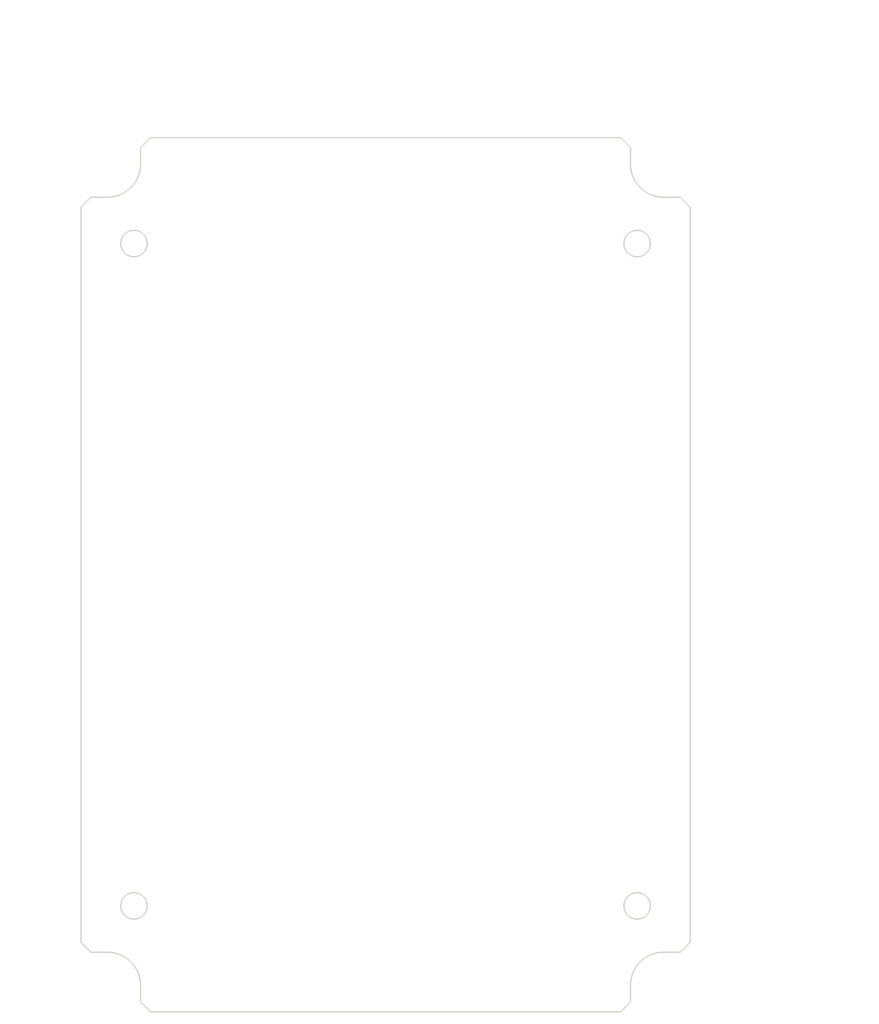
<source format=kicad_pcb>
(kicad_pcb (version 20171130) (host pcbnew "(5.1.0)-1")

  (general
    (thickness 1.6)
    (drawings 72)
    (tracks 0)
    (zones 0)
    (modules 0)
    (nets 1)
  )

  (page A4)
  (layers
    (0 F.Cu signal)
    (31 B.Cu signal)
    (32 B.Adhes user)
    (33 F.Adhes user)
    (34 B.Paste user)
    (35 F.Paste user)
    (36 B.SilkS user)
    (37 F.SilkS user)
    (38 B.Mask user)
    (39 F.Mask user)
    (40 Dwgs.User user)
    (41 Cmts.User user)
    (42 Eco1.User user)
    (43 Eco2.User user)
    (44 Edge.Cuts user)
    (45 Margin user)
    (46 B.CrtYd user)
    (47 F.CrtYd user)
    (48 B.Fab user)
    (49 F.Fab user)
  )

  (setup
    (last_trace_width 0.25)
    (trace_clearance 0.2)
    (zone_clearance 0.508)
    (zone_45_only no)
    (trace_min 0.2)
    (via_size 0.8)
    (via_drill 0.4)
    (via_min_size 0.4)
    (via_min_drill 0.3)
    (uvia_size 0.3)
    (uvia_drill 0.1)
    (uvias_allowed no)
    (uvia_min_size 0.2)
    (uvia_min_drill 0.1)
    (edge_width 0.05)
    (segment_width 0.2)
    (pcb_text_width 0.3)
    (pcb_text_size 1.5 1.5)
    (mod_edge_width 0.12)
    (mod_text_size 1 1)
    (mod_text_width 0.15)
    (pad_size 1.524 1.524)
    (pad_drill 0.762)
    (pad_to_mask_clearance 0.051)
    (solder_mask_min_width 0.25)
    (aux_axis_origin 0 0)
    (visible_elements FFFFFF7F)
    (pcbplotparams
      (layerselection 0x010fc_ffffffff)
      (usegerberextensions false)
      (usegerberattributes false)
      (usegerberadvancedattributes false)
      (creategerberjobfile false)
      (excludeedgelayer true)
      (linewidth 0.152400)
      (plotframeref false)
      (viasonmask false)
      (mode 1)
      (useauxorigin false)
      (hpglpennumber 1)
      (hpglpenspeed 20)
      (hpglpendiameter 15.000000)
      (psnegative false)
      (psa4output false)
      (plotreference true)
      (plotvalue true)
      (plotinvisibletext false)
      (padsonsilk false)
      (subtractmaskfromsilk false)
      (outputformat 1)
      (mirror false)
      (drillshape 1)
      (scaleselection 1)
      (outputdirectory ""))
  )

  (net 0 "")

  (net_class Default "This is the default net class."
    (clearance 0.2)
    (trace_width 0.25)
    (via_dia 0.8)
    (via_drill 0.4)
    (uvia_dia 0.3)
    (uvia_drill 0.1)
  )

  (gr_circle (center 56.233407 58.863202) (end 58.233407 58.863202) (layer Edge.Cuts) (width 0.2))
  (gr_line (start 48.233407 53.363202) (end 49.733407 51.863202) (layer Edge.Cuts) (width 0.2))
  (gr_line (start 57.233407 44.363202) (end 58.733407 42.863202) (layer Edge.Cuts) (width 0.2))
  (gr_line (start 48.233407 53.363202) (end 48.233407 164.363202) (layer Edge.Cuts) (width 0.2))
  (gr_line (start 52.233407 51.863202) (end 49.733407 51.863202) (layer Edge.Cuts) (width 0.2))
  (gr_arc (start 52.233407 46.863202) (end 52.233407 51.863202) (angle -90) (layer Edge.Cuts) (width 0.2))
  (gr_line (start 57.233407 44.363202) (end 57.233407 46.863202) (layer Edge.Cuts) (width 0.2))
  (gr_line (start 129.733407 42.863202) (end 58.733407 42.863202) (layer Edge.Cuts) (width 0.2))
  (gr_circle (center 132.233407 58.863202) (end 134.233407 58.863202) (layer Edge.Cuts) (width 0.2))
  (gr_line (start 129.733407 42.863202) (end 131.233407 44.363202) (layer Edge.Cuts) (width 0.2))
  (gr_line (start 131.233407 44.363202) (end 131.233407 46.863202) (layer Edge.Cuts) (width 0.2))
  (gr_arc (start 136.233407 46.863202) (end 131.233407 46.863202) (angle -90) (layer Edge.Cuts) (width 0.2))
  (gr_line (start 136.233407 51.863202) (end 138.733407 51.863202) (layer Edge.Cuts) (width 0.2))
  (gr_line (start 138.733407 51.863202) (end 140.233407 53.363202) (layer Edge.Cuts) (width 0.2))
  (gr_line (start 140.233407 53.363202) (end 140.233407 164.363202) (layer Edge.Cuts) (width 0.2))
  (gr_circle (center 56.233407 158.863202) (end 58.233407 158.863202) (layer Edge.Cuts) (width 0.2))
  (gr_line (start 58.733407 174.863202) (end 129.733407 174.863202) (layer Edge.Cuts) (width 0.2))
  (gr_arc (start 52.233407 170.863202) (end 57.233407 170.863202) (angle -90) (layer Edge.Cuts) (width 0.2))
  (gr_line (start 52.233407 165.863202) (end 49.733407 165.863202) (layer Edge.Cuts) (width 0.2))
  (gr_line (start 49.733407 165.863202) (end 48.233407 164.363202) (layer Edge.Cuts) (width 0.2))
  (gr_line (start 57.233407 173.363202) (end 57.233407 170.863202) (layer Edge.Cuts) (width 0.2))
  (gr_line (start 58.733407 174.863202) (end 57.233407 173.363202) (layer Edge.Cuts) (width 0.2))
  (gr_arc (start 136.233407 170.863202) (end 136.233407 165.863202) (angle -90) (layer Edge.Cuts) (width 0.2))
  (gr_circle (center 132.233407 158.863202) (end 134.233407 158.863202) (layer Edge.Cuts) (width 0.2))
  (gr_line (start 136.233407 165.863202) (end 138.733407 165.863202) (layer Edge.Cuts) (width 0.2))
  (gr_line (start 140.233407 164.363202) (end 138.733407 165.863202) (layer Edge.Cuts) (width 0.2))
  (gr_line (start 131.233407 173.363202) (end 131.233407 170.863202) (layer Edge.Cuts) (width 0.2))
  (gr_line (start 131.233407 173.363202) (end 129.733407 174.863202) (layer Edge.Cuts) (width 0.2))
  (gr_text [R0.20] (at 43.304906 175.368764) (layer Dwgs.User)
    (effects (font (size 1.7 1.53) (thickness 0.2125)))
  )
  (gr_text " R5.00" (at 43.304906 171.811329) (layer Dwgs.User)
    (effects (font (size 1.7 1.53) (thickness 0.2125)))
  )
  (gr_line (start 49.775677 173.479303) (end 54.287513 168.676733) (layer Dwgs.User) (width 0.2))
  (gr_line (start 47.775677 173.479303) (end 49.775677 173.479303) (layer Dwgs.User) (width 0.2))
  (gr_line (start 56.233407 58.953202) (end 56.233407 58.773202) (layer Dwgs.User) (width 0.2))
  (gr_line (start 56.143407 58.863202) (end 56.323407 58.863202) (layer Dwgs.User) (width 0.2))
  (gr_text " ∅4.00\n[∅0.16]" (at 40.791436 63.885956) (layer Dwgs.User)
    (effects (font (size 1.7 1.53) (thickness 0.2125)))
  )
  (gr_line (start 47.328306 63.885956) (end 52.749386 60.828298) (layer Dwgs.User) (width 0.2))
  (gr_line (start 45.328306 63.885956) (end 47.328306 63.885956) (layer Dwgs.User) (width 0.2))
  (gr_text [.31] (at 39.399389 76.875863) (layer Dwgs.User)
    (effects (font (size 1.7 1.53) (thickness 0.2125)))
  )
  (gr_text " 8.00" (at 39.399389 73.318428) (layer Dwgs.User)
    (effects (font (size 1.7 1.53) (thickness 0.2125)))
  )
  (gr_line (start 48.233407 74.986402) (end 42.783598 74.986402) (layer Dwgs.User) (width 0.2))
  (gr_line (start 54.233407 74.986402) (end 50.233407 74.986402) (layer Dwgs.User) (width 0.2))
  (gr_line (start 56.233407 59.863202) (end 56.233407 78.161402) (layer Dwgs.User) (width 0.2))
  (gr_text [2.99] (at 113.233407 66.599713) (layer Dwgs.User)
    (effects (font (size 1.7 1.53) (thickness 0.2125)))
  )
  (gr_text " 76.00" (at 113.233407 63.042278) (layer Dwgs.User)
    (effects (font (size 1.7 1.53) (thickness 0.2125)))
  )
  (gr_line (start 58.233407 64.710252) (end 109.188796 64.710252) (layer Dwgs.User) (width 0.2))
  (gr_line (start 130.233407 64.710252) (end 117.278018 64.710252) (layer Dwgs.User) (width 0.2))
  (gr_line (start 56.233407 59.863202) (end 56.233407 67.885252) (layer Dwgs.User) (width 0.2))
  (gr_line (start 132.233407 59.863202) (end 132.233407 67.885252) (layer Dwgs.User) (width 0.2))
  (gr_text [4.49] (at 152.833047 72.752663) (layer Dwgs.User)
    (effects (font (size 1.7 1.53) (thickness 0.2125)))
  )
  (gr_text " 114.00" (at 152.833047 69.195228) (layer Dwgs.User)
    (effects (font (size 1.7 1.53) (thickness 0.2125)))
  )
  (gr_line (start 152.833047 163.863202) (end 152.833047 74.420637) (layer Dwgs.User) (width 0.2))
  (gr_line (start 152.833047 53.863202) (end 152.833047 67.305767) (layer Dwgs.User) (width 0.2))
  (gr_line (start 139.733407 165.863202) (end 156.008047 165.863202) (layer Dwgs.User) (width 0.2))
  (gr_line (start 139.733407 51.863202) (end 156.008047 51.863202) (layer Dwgs.User) (width 0.2))
  (gr_text [2.91] (at 73.733407 38.069239) (layer Dwgs.User)
    (effects (font (size 1.7 1.53) (thickness 0.2125)))
  )
  (gr_text " 74.00" (at 73.733407 34.511803) (layer Dwgs.User)
    (effects (font (size 1.7 1.53) (thickness 0.2125)))
  )
  (gr_line (start 129.233407 36.179778) (end 77.778018 36.179778) (layer Dwgs.User) (width 0.2))
  (gr_line (start 59.233407 36.179778) (end 69.688796 36.179778) (layer Dwgs.User) (width 0.2))
  (gr_line (start 131.233407 43.363202) (end 131.233407 33.004778) (layer Dwgs.User) (width 0.2))
  (gr_line (start 57.233407 43.363202) (end 57.233407 33.004778) (layer Dwgs.User) (width 0.2))
  (gr_text [5.20] (at 164.020493 72.752663) (layer Dwgs.User)
    (effects (font (size 1.7 1.53) (thickness 0.2125)))
  )
  (gr_text " 132.00" (at 164.020493 69.194648) (layer Dwgs.User)
    (effects (font (size 1.7 1.53) (thickness 0.2125)))
  )
  (gr_line (start 164.020493 172.863202) (end 164.020493 74.421217) (layer Dwgs.User) (width 0.2))
  (gr_line (start 164.020493 44.863202) (end 164.020493 67.305187) (layer Dwgs.User) (width 0.2))
  (gr_line (start 130.733407 174.863202) (end 167.195493 174.863202) (layer Dwgs.User) (width 0.2))
  (gr_line (start 130.733407 42.863202) (end 167.195493 42.863202) (layer Dwgs.User) (width 0.2))
  (gr_text [3.62] (at 73.733407 27.252663) (layer Dwgs.User)
    (effects (font (size 1.7 1.53) (thickness 0.2125)))
  )
  (gr_text " 92.00" (at 73.733407 23.695228) (layer Dwgs.User)
    (effects (font (size 1.7 1.53) (thickness 0.2125)))
  )
  (gr_line (start 138.233407 25.363202) (end 77.778018 25.363202) (layer Dwgs.User) (width 0.2))
  (gr_line (start 50.233407 25.363202) (end 69.688796 25.363202) (layer Dwgs.User) (width 0.2))
  (gr_line (start 140.233407 52.363202) (end 140.233407 22.188202) (layer Dwgs.User) (width 0.2))
  (gr_line (start 48.233407 52.363202) (end 48.233407 22.188202) (layer Dwgs.User) (width 0.2))

)

</source>
